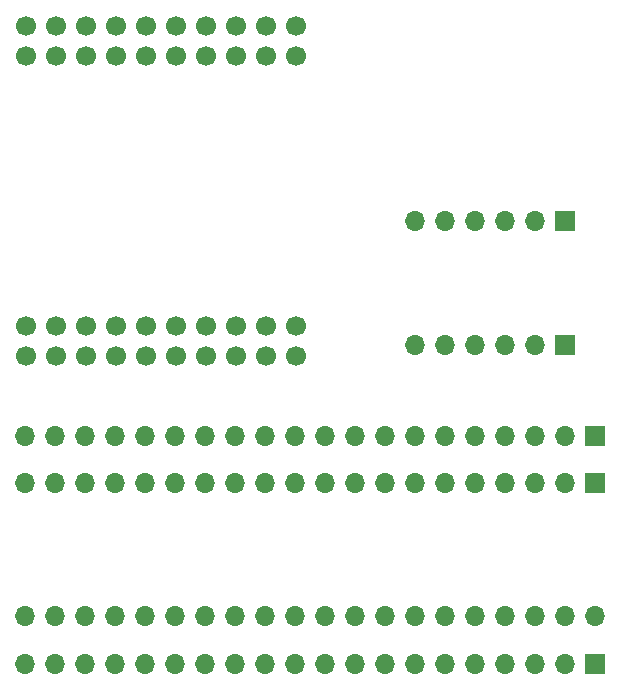
<source format=gts>
G04 #@! TF.GenerationSoftware,KiCad,Pcbnew,(5.1.6)-1*
G04 #@! TF.CreationDate,2021-10-27T15:33:21+03:00*
G04 #@! TF.ProjectId,df_selector,64665f73-656c-4656-9374-6f722e6b6963,rev?*
G04 #@! TF.SameCoordinates,Original*
G04 #@! TF.FileFunction,Soldermask,Top*
G04 #@! TF.FilePolarity,Negative*
%FSLAX46Y46*%
G04 Gerber Fmt 4.6, Leading zero omitted, Abs format (unit mm)*
G04 Created by KiCad (PCBNEW (5.1.6)-1) date 2021-10-27 15:33:21*
%MOMM*%
%LPD*%
G01*
G04 APERTURE LIST*
%ADD10O,1.700000X1.700000*%
%ADD11R,1.700000X1.700000*%
%ADD12C,1.700000*%
G04 APERTURE END LIST*
D10*
X110840000Y-89750000D03*
X108300000Y-89750000D03*
X113380000Y-89750000D03*
D11*
X121000000Y-89750000D03*
D10*
X115920000Y-89750000D03*
X118460000Y-89750000D03*
X108300000Y-79250000D03*
X110840000Y-79250000D03*
X113380000Y-79250000D03*
X115920000Y-79250000D03*
X118460000Y-79250000D03*
D11*
X121000000Y-79250000D03*
D12*
X75320000Y-88180000D03*
X75320000Y-90720000D03*
X77860000Y-90720000D03*
X77860000Y-88180000D03*
X80400000Y-90720000D03*
X80400000Y-88180000D03*
X82940000Y-90720000D03*
X82940000Y-88180000D03*
X85480000Y-90720000D03*
X85480000Y-88180000D03*
X88020000Y-90720000D03*
X88020000Y-88180000D03*
X90560000Y-90720000D03*
X90560000Y-88180000D03*
X93100000Y-90720000D03*
X93100000Y-88180000D03*
X95640000Y-90720000D03*
X95640000Y-88180000D03*
X98180000Y-90720000D03*
X98180000Y-88180000D03*
X75320000Y-65320000D03*
X75320000Y-62780000D03*
X77860000Y-65320000D03*
X77860000Y-62780000D03*
X80400000Y-65320000D03*
X80400000Y-62780000D03*
X82940000Y-65320000D03*
X82940000Y-62780000D03*
X85480000Y-65320000D03*
X85480000Y-62780000D03*
X88020000Y-65320000D03*
X88020000Y-62780000D03*
X90560000Y-65320000D03*
X90560000Y-62780000D03*
X93100000Y-65320000D03*
X93100000Y-62780000D03*
X95640000Y-65320000D03*
X95640000Y-62780000D03*
X98180000Y-65320000D03*
X98180000Y-62780000D03*
D10*
X123510000Y-112740000D03*
X75250000Y-97500000D03*
X120970000Y-112740000D03*
X77790000Y-97500000D03*
X118430000Y-112740000D03*
X80330000Y-97500000D03*
X115890000Y-112740000D03*
X82870000Y-97500000D03*
X113350000Y-112740000D03*
X85410000Y-97500000D03*
X110810000Y-112740000D03*
X87950000Y-97500000D03*
X108270000Y-112740000D03*
X90490000Y-97500000D03*
X105730000Y-112740000D03*
X93030000Y-97500000D03*
X103190000Y-112740000D03*
X95570000Y-97500000D03*
X100650000Y-112740000D03*
X98110000Y-97500000D03*
X98110000Y-112740000D03*
X100650000Y-97500000D03*
X95570000Y-112740000D03*
X103190000Y-97500000D03*
X93030000Y-112740000D03*
X105730000Y-97500000D03*
X90490000Y-112740000D03*
X108270000Y-97500000D03*
X87950000Y-112740000D03*
X110810000Y-97500000D03*
X85410000Y-112740000D03*
X113350000Y-97500000D03*
X82870000Y-112740000D03*
X115890000Y-97500000D03*
X80330000Y-112740000D03*
X118430000Y-97500000D03*
X77790000Y-112740000D03*
X120970000Y-97500000D03*
X75250000Y-112740000D03*
D11*
X123510000Y-97500000D03*
X123500000Y-101500000D03*
D10*
X120960000Y-101500000D03*
X118420000Y-101500000D03*
X115880000Y-101500000D03*
X113340000Y-101500000D03*
X110800000Y-101500000D03*
X108260000Y-101500000D03*
X105720000Y-101500000D03*
X103180000Y-101500000D03*
X100640000Y-101500000D03*
X98100000Y-101500000D03*
X95560000Y-101500000D03*
X93020000Y-101500000D03*
X90480000Y-101500000D03*
X87940000Y-101500000D03*
X85400000Y-101500000D03*
X82860000Y-101500000D03*
X80320000Y-101500000D03*
X77780000Y-101500000D03*
X75240000Y-101500000D03*
X75240000Y-116750000D03*
X77780000Y-116750000D03*
X80320000Y-116750000D03*
X82860000Y-116750000D03*
X85400000Y-116750000D03*
X87940000Y-116750000D03*
X90480000Y-116750000D03*
X93020000Y-116750000D03*
X95560000Y-116750000D03*
X98100000Y-116750000D03*
X100640000Y-116750000D03*
X103180000Y-116750000D03*
X105720000Y-116750000D03*
X108260000Y-116750000D03*
X110800000Y-116750000D03*
X113340000Y-116750000D03*
X115880000Y-116750000D03*
X118420000Y-116750000D03*
X120960000Y-116750000D03*
D11*
X123500000Y-116750000D03*
M02*

</source>
